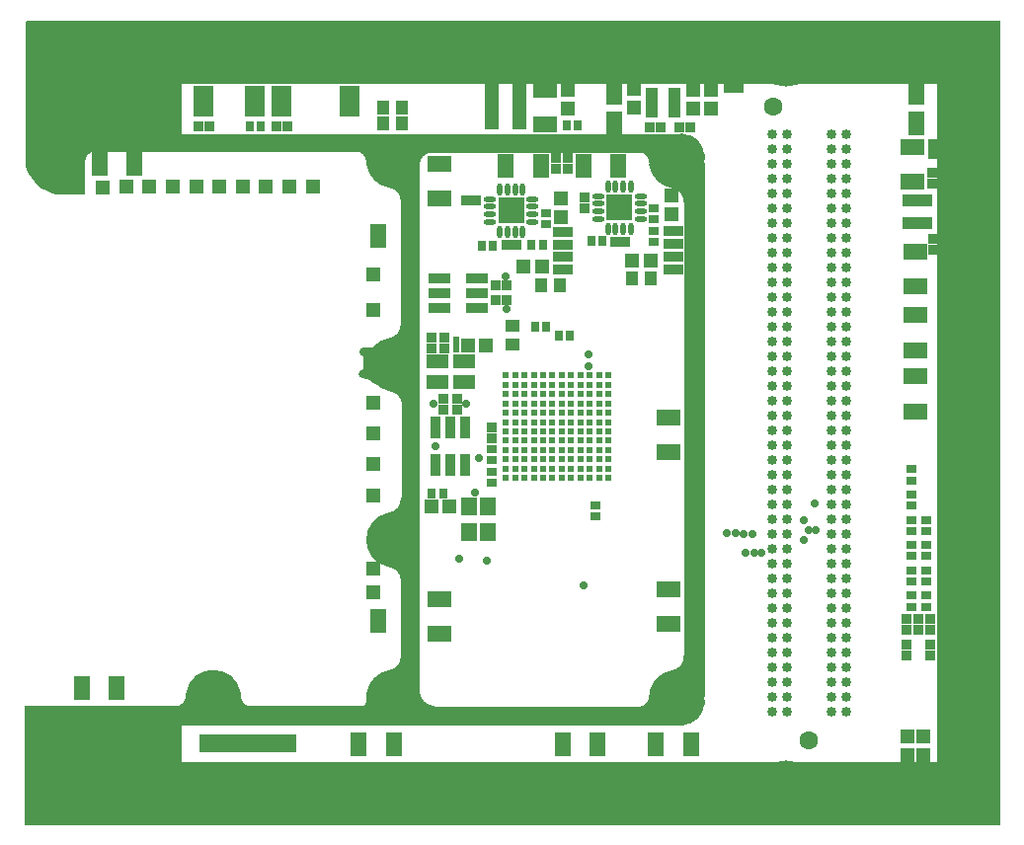
<source format=gts>
G04*
G04 #@! TF.GenerationSoftware,Altium Limited,Altium Designer,19.0.15 (446)*
G04*
G04 Layer_Color=8388736*
%FSLAX44Y44*%
%MOMM*%
G71*
G01*
G75*
%ADD42C,0.8000*%
%ADD43C,0.5500*%
%ADD44R,8.4000X1.5750*%
%ADD45R,0.8232X0.8232*%
%ADD46R,2.0032X1.3532*%
%ADD47R,2.0000X1.3500*%
%ADD48R,1.3532X2.0032*%
%ADD49R,1.3500X2.0000*%
%ADD50R,0.7832X0.8232*%
%ADD51C,0.6032*%
%ADD52R,0.8232X0.7832*%
%ADD53R,1.2032X1.2032*%
%ADD54R,1.2032X1.2032*%
%ADD55R,0.9632X1.8532*%
%ADD56R,1.8532X0.9632*%
%ADD57R,1.7032X0.6532*%
%ADD58R,1.1532X1.1532*%
%ADD59R,0.8232X0.8232*%
%ADD60R,1.2032X1.1532*%
%ADD61R,1.0532X2.5032*%
%ADD62R,1.4532X2.0032*%
%ADD63R,1.1032X1.2032*%
%ADD64R,1.2032X1.1532*%
%ADD65R,1.1832X3.9032*%
%ADD66R,1.3532X2.0032*%
%ADD67R,2.0032X1.3532*%
%ADD68R,2.3032X2.3032*%
%ADD69O,0.5032X1.0532*%
%ADD70O,1.0532X0.5032*%
%ADD71R,2.5032X1.0532*%
%ADD72R,1.1532X1.2032*%
%ADD73R,0.6032X0.6532*%
%ADD74R,1.3532X1.6032*%
%ADD75R,1.9832X1.2232*%
%ADD76R,1.2032X1.1032*%
%ADD77C,0.8432*%
%ADD78C,4.2000*%
%ADD79C,5.2000*%
%ADD80C,1.6000*%
%ADD81C,0.7032*%
G36*
X1370001Y-19500D02*
X533745Y-19500D01*
X533745Y71500D01*
X533765D01*
X533748Y82250D01*
X828000Y82250D01*
Y93250D01*
X850229D01*
Y113000D01*
X857000D01*
X857000Y202250D01*
X849000D01*
Y246750D01*
X857000D01*
X857000Y352000D01*
X850750D01*
X836500Y366250D01*
X823750D01*
Y386750D01*
X842379D01*
X853129Y397500D01*
X857000D01*
Y558000D01*
X585500D01*
Y521000D01*
X566083Y521000D01*
X566083Y521000D01*
X563980Y521000D01*
X559810Y521549D01*
X555748Y522637D01*
X551862Y524247D01*
X548220Y526350D01*
X544883Y528910D01*
X541909Y531884D01*
X539349Y535221D01*
X537246Y538863D01*
X535637Y542749D01*
X534548Y546811D01*
X533999Y550981D01*
Y553084D01*
X533995Y669602D01*
X534893Y670500D01*
X585500D01*
Y670500D01*
X1370001Y670500D01*
X1370001Y-19500D01*
D02*
G37*
%LPC*%
G36*
X1101750Y560750D02*
Y559000D01*
X871500D01*
Y369595D01*
X870750Y369594D01*
X870750Y113000D01*
X871500D01*
Y82000D01*
X879048D01*
Y79637D01*
X1068514D01*
Y83875D01*
X1075970Y91330D01*
X1078014D01*
X1086764Y82580D01*
X1083820Y79637D01*
X1099250D01*
X1099250Y388747D01*
X1103984Y388740D01*
X1103984Y521250D01*
X1103750D01*
X1094812Y530188D01*
Y538750D01*
X1103984D01*
Y560750D01*
X1101750D01*
D02*
G37*
G36*
X668250Y616000D02*
X668250Y571000D01*
X585500Y571000D01*
Y570250D01*
X871500Y570250D01*
Y569086D01*
X1101750D01*
Y565250D01*
X1109750D01*
X1109750Y214747D01*
X1112899D01*
X1113000Y214500D01*
Y98438D01*
X1107250Y92688D01*
X1107250Y71883D01*
X870750Y71883D01*
Y68500D01*
X668250Y68500D01*
X668250Y34000D01*
X1315750D01*
X1315750Y616000D01*
X668250Y616000D01*
D02*
G37*
%LPD*%
D42*
X715087Y90950D02*
G03*
X727787Y78250I12700J0D01*
G01*
X821750D02*
G03*
X830305Y86805I0J8555D01*
G01*
X662840Y78500D02*
G03*
X675540Y91200I0J12700D01*
G01*
X593692Y561692D02*
G03*
X581500Y549500I0J-12192D01*
G01*
X830336Y548992D02*
G03*
X817636Y561692I-12700J0D01*
G01*
X1072705Y548550D02*
G03*
X1060005Y561250I-12700J0D01*
G01*
Y78000D02*
G03*
X1072705Y90700I0J12700D01*
G01*
X715087Y92750D02*
G03*
X675540Y92750I-19774J-3000D01*
G01*
X707813Y89750D02*
G03*
X707813Y89750I-12500J0D01*
G01*
X862579Y550336D02*
G03*
X862579Y550336I-12500J0D01*
G01*
X847086Y244752D02*
G03*
X847086Y205249I3143J-19751D01*
G01*
X862809Y225000D02*
G03*
X862809Y225000I-12500J0D01*
G01*
X572559Y550000D02*
G03*
X572559Y550000I-12500J0D01*
G01*
X1112314Y554750D02*
G03*
X1097314Y569750I-15000J0D01*
G01*
X1072705Y547000D02*
G03*
X1089527Y530219I19774J3000D01*
G01*
X1097314Y70000D02*
G03*
X1112314Y85000I0J15000D01*
G01*
X1089527Y109531D02*
G03*
X1072591Y87640I2952J-19781D01*
G01*
X830336Y547144D02*
G03*
X847022Y530571I19744J3192D01*
G01*
X859729Y515748D02*
G03*
X847022Y530571I-15000J0D01*
G01*
Y394515D02*
G03*
X859729Y409339I-2293J14824D01*
G01*
X862579Y374750D02*
G03*
X862579Y374750I-12500J0D01*
G01*
X847086Y244752D02*
G03*
X859729Y259565I-2357J14814D01*
G01*
Y190435D02*
G03*
X847086Y205249I-15000J0D01*
G01*
X847022Y109515D02*
G03*
X859729Y124339I-2293J14824D01*
G01*
X847022Y109515D02*
G03*
X830305Y92750I3057J-19765D01*
G01*
X862579Y89750D02*
G03*
X862579Y89750I-12500J0D01*
G01*
X561553Y530150D02*
G03*
X579725Y547037I-1594J19936D01*
G01*
X883039Y561096D02*
G03*
X868229Y546286I0J-14810D01*
G01*
Y96052D02*
G03*
X885750Y78531I17521J0D01*
G01*
X847022Y394515D02*
G03*
X834079Y386750I3057J-19765D01*
G01*
X1100479Y550000D02*
G03*
X1100479Y550000I-8000J0D01*
G01*
X1102314Y515383D02*
G03*
X1089527Y530219I-15000J0D01*
G01*
Y109531D02*
G03*
X1102314Y124367I-2214J14836D01*
G01*
X1100559Y90000D02*
G03*
X1100559Y90000I-8000J0D01*
G01*
X1112314Y547431D02*
G03*
X1112314Y552569I-19834J2569D01*
G01*
Y87181D02*
G03*
X1112314Y92319I-19834J2569D01*
G01*
X835057Y362107D02*
G03*
X823750Y367250I-11307J-9857D01*
G01*
X727787Y78250D02*
X821750D01*
X830305Y86805D02*
Y92750D01*
X675540Y91200D02*
Y92750D01*
X593692Y561692D02*
X594579D01*
X815558D02*
X817636D01*
X1057875Y561250D02*
X1060005D01*
X1058180Y78000D02*
X1060005D01*
X823750Y386750D02*
X834079D01*
X538064Y569750D02*
X1097314D01*
X537317Y70000D02*
X1097314D01*
X883039Y561250D02*
X1057875D01*
X885750Y78000D02*
X1058180D01*
X594579Y561692D02*
X815558D01*
X729918Y78000D02*
X815475D01*
X537317Y78500D02*
X660710D01*
X551457Y530150D02*
X561553D01*
X1112314Y92319D02*
Y547431D01*
X1102314Y124367D02*
Y515383D01*
X868229Y96052D02*
Y546286D01*
X859729Y409339D02*
Y515748D01*
Y124339D02*
Y190435D01*
X1112314Y552569D02*
Y554750D01*
Y85000D02*
Y87181D01*
D43*
X835004Y361607D02*
G03*
X847022Y354985I15075J13143D01*
G01*
X859729Y340161D02*
G03*
X847022Y354985I-15000J0D01*
G01*
X859729Y259565D02*
Y340161D01*
D44*
X724750Y50375D02*
D03*
D45*
X892500Y345750D02*
D03*
X904000Y345750D02*
D03*
X892500Y336750D02*
D03*
X904000Y336750D02*
D03*
X989250Y552392D02*
D03*
Y543392D02*
D03*
X999250Y552392D02*
D03*
Y543392D02*
D03*
X1312418Y564498D02*
D03*
Y555498D02*
D03*
X1311910Y539750D02*
D03*
Y530750D02*
D03*
X1312164Y473782D02*
D03*
Y482782D02*
D03*
X1013714Y509342D02*
D03*
Y518342D02*
D03*
X882000Y398500D02*
D03*
Y389500D02*
D03*
X1289844Y134978D02*
D03*
Y125978D02*
D03*
X1309910Y156750D02*
D03*
Y147750D02*
D03*
X1310164Y134978D02*
D03*
Y125978D02*
D03*
X1299750Y156750D02*
D03*
Y147750D02*
D03*
X1289590Y156750D02*
D03*
Y147750D02*
D03*
X933750Y321250D02*
D03*
Y312250D02*
D03*
X893250Y398500D02*
D03*
Y389500D02*
D03*
D46*
X1297500Y335000D02*
D03*
X888923Y144185D02*
D03*
X1085500Y152522D02*
D03*
X1297500Y442500D02*
D03*
X889360Y517500D02*
D03*
X1085414Y300000D02*
D03*
D47*
X1297500Y365000D02*
D03*
X888923Y174185D02*
D03*
X1085500Y182523D02*
D03*
X1297500Y472500D02*
D03*
X889360Y547500D02*
D03*
X1085414Y330000D02*
D03*
D48*
X1075000Y50000D02*
D03*
X850000Y49750D02*
D03*
X627500Y547157D02*
D03*
X612500Y97500D02*
D03*
X1025000Y50000D02*
D03*
X836750Y485850D02*
D03*
Y155850D02*
D03*
D49*
X1105000Y50000D02*
D03*
X820000Y49750D02*
D03*
X597500Y547157D02*
D03*
X582500Y97500D02*
D03*
X995000Y50000D02*
D03*
D50*
X892200Y264750D02*
D03*
X882800D02*
D03*
X1000950Y400250D02*
D03*
X991550D02*
D03*
X998050Y580750D02*
D03*
X1007450D02*
D03*
X977646Y477774D02*
D03*
X968246D02*
D03*
X934848Y477520D02*
D03*
X925448D02*
D03*
X1029082Y481076D02*
D03*
X1019682D02*
D03*
X726850Y579750D02*
D03*
X736250D02*
D03*
X971600Y408000D02*
D03*
X981000D02*
D03*
D51*
X1002028Y278000D02*
D03*
X1010028Y286000D02*
D03*
X970028Y318000D02*
D03*
X1034028Y366000D02*
D03*
Y358000D02*
D03*
Y350000D02*
D03*
Y342000D02*
D03*
Y334000D02*
D03*
Y326000D02*
D03*
Y318000D02*
D03*
Y310000D02*
D03*
Y302000D02*
D03*
Y294000D02*
D03*
Y286000D02*
D03*
Y278000D02*
D03*
X1026028Y366000D02*
D03*
Y358000D02*
D03*
Y350000D02*
D03*
Y342000D02*
D03*
Y334000D02*
D03*
Y326000D02*
D03*
Y318000D02*
D03*
Y310000D02*
D03*
Y302000D02*
D03*
Y294000D02*
D03*
Y286000D02*
D03*
Y278000D02*
D03*
X1018028Y366000D02*
D03*
Y358000D02*
D03*
Y350000D02*
D03*
Y342000D02*
D03*
Y334000D02*
D03*
Y326000D02*
D03*
Y318000D02*
D03*
Y310000D02*
D03*
Y302000D02*
D03*
Y294000D02*
D03*
Y286000D02*
D03*
Y278000D02*
D03*
X1010028Y366000D02*
D03*
Y358000D02*
D03*
Y350000D02*
D03*
Y342000D02*
D03*
Y334000D02*
D03*
Y326000D02*
D03*
Y318000D02*
D03*
Y310000D02*
D03*
Y302000D02*
D03*
Y294000D02*
D03*
Y278000D02*
D03*
X1002028Y366000D02*
D03*
Y358000D02*
D03*
Y350000D02*
D03*
Y342000D02*
D03*
Y334000D02*
D03*
Y326000D02*
D03*
Y318000D02*
D03*
Y310000D02*
D03*
Y302000D02*
D03*
Y294000D02*
D03*
Y286000D02*
D03*
X994028Y366000D02*
D03*
Y358000D02*
D03*
Y350000D02*
D03*
Y342000D02*
D03*
Y334000D02*
D03*
Y326000D02*
D03*
Y318000D02*
D03*
Y310000D02*
D03*
Y302000D02*
D03*
Y294000D02*
D03*
Y286000D02*
D03*
Y278000D02*
D03*
X986028Y366000D02*
D03*
Y358000D02*
D03*
Y350000D02*
D03*
Y342000D02*
D03*
Y334000D02*
D03*
Y326000D02*
D03*
Y318000D02*
D03*
Y310000D02*
D03*
Y302000D02*
D03*
Y294000D02*
D03*
Y286000D02*
D03*
Y278000D02*
D03*
X978028Y366000D02*
D03*
Y358000D02*
D03*
Y350000D02*
D03*
Y342000D02*
D03*
Y334000D02*
D03*
Y326000D02*
D03*
Y318000D02*
D03*
Y310000D02*
D03*
Y302000D02*
D03*
Y294000D02*
D03*
Y286000D02*
D03*
Y278000D02*
D03*
X970028Y366000D02*
D03*
Y358000D02*
D03*
Y350000D02*
D03*
Y342000D02*
D03*
Y334000D02*
D03*
Y326000D02*
D03*
Y310000D02*
D03*
Y302000D02*
D03*
Y294000D02*
D03*
Y286000D02*
D03*
Y278000D02*
D03*
X962028Y366000D02*
D03*
Y358000D02*
D03*
Y350000D02*
D03*
Y342000D02*
D03*
Y334000D02*
D03*
Y326000D02*
D03*
Y318000D02*
D03*
Y310000D02*
D03*
Y302000D02*
D03*
Y294000D02*
D03*
Y286000D02*
D03*
Y278000D02*
D03*
X954028Y366000D02*
D03*
Y358000D02*
D03*
Y350000D02*
D03*
Y342000D02*
D03*
Y334000D02*
D03*
Y326000D02*
D03*
Y318000D02*
D03*
Y310000D02*
D03*
Y302000D02*
D03*
Y294000D02*
D03*
Y286000D02*
D03*
Y278000D02*
D03*
X946028Y366000D02*
D03*
Y358000D02*
D03*
Y350000D02*
D03*
Y342000D02*
D03*
Y334000D02*
D03*
Y326000D02*
D03*
Y318000D02*
D03*
Y310000D02*
D03*
Y302000D02*
D03*
Y294000D02*
D03*
Y286000D02*
D03*
Y278000D02*
D03*
D52*
X933750Y293025D02*
D03*
Y302425D02*
D03*
Y274000D02*
D03*
Y283400D02*
D03*
X1023250Y254750D02*
D03*
Y245350D02*
D03*
X1072896Y499744D02*
D03*
Y509144D02*
D03*
Y490094D02*
D03*
Y480694D02*
D03*
X1293908Y167688D02*
D03*
Y177088D02*
D03*
X1306608Y167688D02*
D03*
Y177088D02*
D03*
X1293908Y276068D02*
D03*
Y285468D02*
D03*
Y220440D02*
D03*
Y211040D02*
D03*
X1306608D02*
D03*
Y220440D02*
D03*
X1293908Y254392D02*
D03*
Y263792D02*
D03*
Y242116D02*
D03*
Y232716D02*
D03*
X1306608Y242116D02*
D03*
Y232716D02*
D03*
X980186Y495934D02*
D03*
Y505334D02*
D03*
X1293908Y189364D02*
D03*
Y198764D02*
D03*
X1306608Y189364D02*
D03*
Y198764D02*
D03*
D53*
X620750Y527750D02*
D03*
X680500D02*
D03*
X660500D02*
D03*
X700500D02*
D03*
X780500D02*
D03*
X600500Y527500D02*
D03*
X740500Y527750D02*
D03*
X720500D02*
D03*
X760500D02*
D03*
X640500D02*
D03*
D54*
X832250Y200350D02*
D03*
Y180350D02*
D03*
Y263350D02*
D03*
Y342750D02*
D03*
Y316283D02*
D03*
Y422100D02*
D03*
Y452350D02*
D03*
Y289803D02*
D03*
X929000Y391500D02*
D03*
X914000D02*
D03*
D55*
X910950Y289350D02*
D03*
X898250D02*
D03*
X885550D02*
D03*
Y321150D02*
D03*
X898250D02*
D03*
X910950D02*
D03*
D56*
X889360Y424050D02*
D03*
Y436750D02*
D03*
Y449450D02*
D03*
X921160D02*
D03*
Y436750D02*
D03*
Y424050D02*
D03*
D57*
X754082Y591468D02*
D03*
Y597968D02*
D03*
Y604468D02*
D03*
Y610968D02*
D03*
X812082D02*
D03*
Y604468D02*
D03*
Y597968D02*
D03*
Y591468D02*
D03*
X687168D02*
D03*
Y597968D02*
D03*
Y604468D02*
D03*
Y610968D02*
D03*
X731168D02*
D03*
Y604468D02*
D03*
Y597968D02*
D03*
Y591468D02*
D03*
D58*
X897750Y254000D02*
D03*
X882750D02*
D03*
D59*
X1146000Y613000D02*
D03*
X1137000D02*
D03*
X1078666Y578358D02*
D03*
X1069666D02*
D03*
X1094812Y579120D02*
D03*
X1103812D02*
D03*
X911606Y515874D02*
D03*
X920606D02*
D03*
X999494Y478113D02*
D03*
X990494D02*
D03*
X999494Y456946D02*
D03*
X990494D02*
D03*
X999494Y467529D02*
D03*
X990494D02*
D03*
X999494Y488696D02*
D03*
X990494D02*
D03*
X946404Y477774D02*
D03*
X955404D02*
D03*
X1094414Y479044D02*
D03*
X1085414D02*
D03*
X1094414Y489458D02*
D03*
X1085414D02*
D03*
X1094414Y456946D02*
D03*
X1085414D02*
D03*
X1094414Y468122D02*
D03*
X1085414D02*
D03*
X1039500Y480750D02*
D03*
X1048500D02*
D03*
X749750Y579750D02*
D03*
X758750D02*
D03*
X691750Y580000D02*
D03*
X682750D02*
D03*
X937500Y430500D02*
D03*
X946500D02*
D03*
X937500Y443617D02*
D03*
X946500D02*
D03*
D60*
X1122250Y611000D02*
D03*
Y595000D02*
D03*
X1055624Y611758D02*
D03*
Y595758D02*
D03*
X1106678Y610742D02*
D03*
Y594742D02*
D03*
X993394Y517778D02*
D03*
Y501778D02*
D03*
X1088314Y520572D02*
D03*
Y504572D02*
D03*
X1304250Y40250D02*
D03*
Y56250D02*
D03*
X1290750Y40250D02*
D03*
Y56250D02*
D03*
D61*
X1071020Y599694D02*
D03*
X1090520D02*
D03*
D62*
X1038606Y608122D02*
D03*
Y582122D02*
D03*
X1298448Y608122D02*
D03*
Y582122D02*
D03*
D63*
X857000Y595500D02*
D03*
X841000D02*
D03*
X857000Y581815D02*
D03*
X841000D02*
D03*
X976750Y443500D02*
D03*
X992750D02*
D03*
X1070500Y449000D02*
D03*
X1054500D02*
D03*
D64*
X999250Y595250D02*
D03*
Y611250D02*
D03*
D65*
X933640Y596250D02*
D03*
X957340D02*
D03*
D66*
X945956Y545492D02*
D03*
X975956D02*
D03*
X1042500Y545500D02*
D03*
X1012500D02*
D03*
D67*
X979500Y581250D02*
D03*
Y611250D02*
D03*
X1294638Y562130D02*
D03*
Y532130D02*
D03*
X1297500Y387500D02*
D03*
Y417500D02*
D03*
D68*
X950684Y507544D02*
D03*
X1043432Y510032D02*
D03*
D69*
X940934Y525794D02*
D03*
X947434D02*
D03*
X953934D02*
D03*
X960434D02*
D03*
Y489294D02*
D03*
X953934D02*
D03*
X947434D02*
D03*
X940934D02*
D03*
X1033682Y528282D02*
D03*
X1040182D02*
D03*
X1046682D02*
D03*
X1053182D02*
D03*
Y491782D02*
D03*
X1046682D02*
D03*
X1040182D02*
D03*
X1033682D02*
D03*
D70*
X968934Y517294D02*
D03*
Y510794D02*
D03*
Y504294D02*
D03*
Y497794D02*
D03*
X932434D02*
D03*
Y504294D02*
D03*
Y510794D02*
D03*
Y517294D02*
D03*
X1061682Y519782D02*
D03*
Y513282D02*
D03*
Y506782D02*
D03*
Y500282D02*
D03*
X1025182D02*
D03*
Y506782D02*
D03*
Y513282D02*
D03*
Y519782D02*
D03*
D71*
X1298702Y516226D02*
D03*
Y496726D02*
D03*
D72*
X960884Y459446D02*
D03*
X976884D02*
D03*
X1054396Y464566D02*
D03*
X1070396D02*
D03*
D73*
X903500Y388750D02*
D03*
Y395750D02*
D03*
D74*
X914250Y253500D02*
D03*
Y231500D02*
D03*
X930250D02*
D03*
Y253500D02*
D03*
D75*
X887500Y360100D02*
D03*
Y377900D02*
D03*
X910000Y360100D02*
D03*
Y377900D02*
D03*
D76*
X951500Y408321D02*
D03*
Y392321D02*
D03*
D77*
X1174250Y572557D02*
D03*
Y559857D02*
D03*
Y547157D02*
D03*
Y534457D02*
D03*
Y521757D02*
D03*
Y509057D02*
D03*
Y496357D02*
D03*
Y483657D02*
D03*
Y470957D02*
D03*
Y458257D02*
D03*
Y445557D02*
D03*
Y432857D02*
D03*
Y420157D02*
D03*
Y407457D02*
D03*
Y394757D02*
D03*
Y382057D02*
D03*
Y369357D02*
D03*
Y356657D02*
D03*
Y343957D02*
D03*
Y331257D02*
D03*
Y318557D02*
D03*
Y305857D02*
D03*
Y293157D02*
D03*
Y280457D02*
D03*
Y267757D02*
D03*
Y255057D02*
D03*
Y242357D02*
D03*
Y229657D02*
D03*
Y216957D02*
D03*
Y204257D02*
D03*
Y191557D02*
D03*
Y178857D02*
D03*
Y166157D02*
D03*
Y153457D02*
D03*
Y140757D02*
D03*
Y128057D02*
D03*
Y115357D02*
D03*
Y102657D02*
D03*
Y89957D02*
D03*
Y77257D02*
D03*
X1186950Y572557D02*
D03*
Y559857D02*
D03*
Y547157D02*
D03*
Y534457D02*
D03*
Y521757D02*
D03*
Y509057D02*
D03*
Y496357D02*
D03*
Y483657D02*
D03*
Y470957D02*
D03*
Y458257D02*
D03*
Y445557D02*
D03*
Y432857D02*
D03*
Y420157D02*
D03*
Y407457D02*
D03*
Y394757D02*
D03*
Y382057D02*
D03*
Y369357D02*
D03*
Y356657D02*
D03*
Y343957D02*
D03*
Y331257D02*
D03*
Y318557D02*
D03*
Y305857D02*
D03*
Y293157D02*
D03*
Y280457D02*
D03*
Y267757D02*
D03*
Y255057D02*
D03*
Y242357D02*
D03*
Y229657D02*
D03*
Y216957D02*
D03*
Y204257D02*
D03*
Y191557D02*
D03*
Y178857D02*
D03*
Y166157D02*
D03*
Y153457D02*
D03*
Y140757D02*
D03*
Y128057D02*
D03*
Y115357D02*
D03*
Y102657D02*
D03*
Y89957D02*
D03*
Y77257D02*
D03*
X1225050Y572557D02*
D03*
Y559857D02*
D03*
Y547157D02*
D03*
Y534457D02*
D03*
Y521757D02*
D03*
Y509057D02*
D03*
Y496357D02*
D03*
Y483657D02*
D03*
Y470957D02*
D03*
Y458257D02*
D03*
Y445557D02*
D03*
Y432857D02*
D03*
Y420157D02*
D03*
Y407457D02*
D03*
Y394757D02*
D03*
Y382057D02*
D03*
Y369357D02*
D03*
Y356657D02*
D03*
Y343957D02*
D03*
Y331257D02*
D03*
Y318557D02*
D03*
Y305857D02*
D03*
Y293157D02*
D03*
Y280457D02*
D03*
Y267757D02*
D03*
Y255057D02*
D03*
Y242357D02*
D03*
Y229657D02*
D03*
Y216957D02*
D03*
Y204257D02*
D03*
Y191557D02*
D03*
Y178857D02*
D03*
Y166157D02*
D03*
Y153457D02*
D03*
Y140757D02*
D03*
Y128057D02*
D03*
Y115357D02*
D03*
Y102657D02*
D03*
Y89957D02*
D03*
Y77257D02*
D03*
X1237750Y572557D02*
D03*
Y559857D02*
D03*
Y547157D02*
D03*
Y534457D02*
D03*
Y521757D02*
D03*
Y509057D02*
D03*
Y496357D02*
D03*
Y483657D02*
D03*
Y470957D02*
D03*
Y458257D02*
D03*
Y445557D02*
D03*
Y432857D02*
D03*
Y420157D02*
D03*
Y407457D02*
D03*
Y394757D02*
D03*
Y382057D02*
D03*
Y369357D02*
D03*
Y356657D02*
D03*
Y343957D02*
D03*
Y331257D02*
D03*
Y318557D02*
D03*
Y305857D02*
D03*
Y293157D02*
D03*
Y280457D02*
D03*
Y267757D02*
D03*
Y255057D02*
D03*
Y242357D02*
D03*
Y229657D02*
D03*
Y216957D02*
D03*
Y204257D02*
D03*
Y191557D02*
D03*
Y178857D02*
D03*
Y166157D02*
D03*
Y153457D02*
D03*
Y140757D02*
D03*
Y128057D02*
D03*
Y115357D02*
D03*
Y102657D02*
D03*
Y89957D02*
D03*
Y77257D02*
D03*
D78*
X1092500Y550000D02*
D03*
Y90000D02*
D03*
X1345000Y625000D02*
D03*
X986000Y645000D02*
D03*
X826000Y5000D02*
D03*
X986000D02*
D03*
X1345000Y25000D02*
D03*
Y325000D02*
D03*
Y175000D02*
D03*
Y475000D02*
D03*
X806000Y645000D02*
D03*
X607000Y43000D02*
D03*
Y593000D02*
D03*
X850000Y375000D02*
D03*
Y550000D02*
D03*
Y225000D02*
D03*
Y90000D02*
D03*
X695000D02*
D03*
X560000Y550000D02*
D03*
D79*
X640000Y35000D02*
D03*
Y600500D02*
D03*
X1186000Y640000D02*
D03*
Y10000D02*
D03*
D80*
X1175520Y596814D02*
D03*
X1206000Y53000D02*
D03*
D81*
X1017000Y383750D02*
D03*
Y374250D02*
D03*
X885550Y305250D02*
D03*
X1012500Y186250D02*
D03*
X929500Y207250D02*
D03*
X884500Y341500D02*
D03*
X912000D02*
D03*
X946250Y451000D02*
D03*
X946500Y423000D02*
D03*
X920000Y265750D02*
D03*
X923000Y295500D02*
D03*
X906285Y208500D02*
D03*
X1151250Y214000D02*
D03*
X1157750Y230250D02*
D03*
X1201750Y241750D02*
D03*
Y225250D02*
D03*
X1210750Y256000D02*
D03*
X1205621Y233000D02*
D03*
X1212021D02*
D03*
X1135250Y230500D02*
D03*
X1150000Y230250D02*
D03*
X1159100Y214000D02*
D03*
X1165500D02*
D03*
X1142974Y230474D02*
D03*
M02*

</source>
